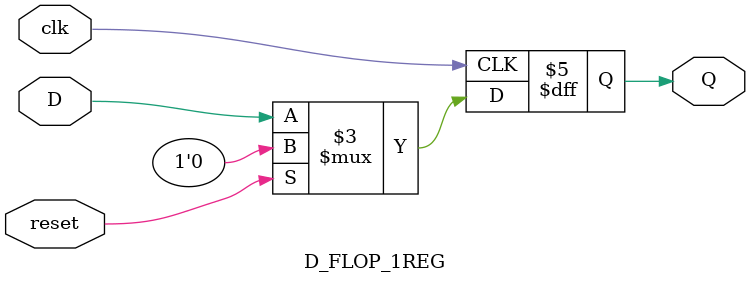
<source format=v>
module D_FLOP_1REG
(
input         clk,
input         reset,
input         D,
output  reg   Q);

always @(posedge clk)
begin

if(reset)
  Q <= 1'b0;
else 
  Q <= D;  
end

endmodule


</source>
